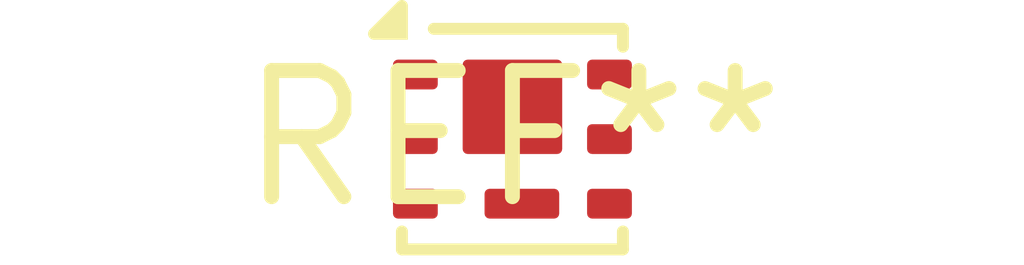
<source format=kicad_pcb>
(kicad_pcb (version 20240108) (generator pcbnew)
  (layers (0 "F.Cu" signal) (31 "B.Cu" signal) (34 "B.Paste" user) (35 "F.Paste" user) (36 "B.SilkS" user "B.Silkscreen") (37 "F.SilkS" user "F.Silkscreen") (38 "B.Mask" user) (39 "F.Mask" user) (44 "Edge.Cuts" user))
  (net 0 "")
  (footprint "Texas_DQK" (layer "F.Cu") (at 0 0)
    (property "Reference" "REF**")
    (property "Value" "Texas_DQK")
    (fp_line (start -1.11 0.93) (end -1.11 1.11) (layer "F.SilkS") (stroke (width 0.12)))
    (fp_line (start -1.11 1.11) (end 1.11 1.11) (layer "F.SilkS") (stroke (width 0.12)))
    (fp_line (start -0.79 -1.11) (end 1.11 -1.11) (layer "F.SilkS") (stroke (width 0.12)))
    (fp_line (start 1.11 -1.11) (end 1.11 -0.93) (layer "F.SilkS") (stroke (width 0.12)))
    (fp_line (start 1.11 0.93) (end 1.11 1.11) (layer "F.SilkS") (stroke (width 0.12)))
    (fp_poly (pts (xy -1.11 -1.06) (xy -1.39 -1.06) (xy -1.11 -1.34) (xy -1.11 -1.06)) (layer "F.SilkS") (stroke (width 0.12)) (fill solid))
    (pad "1" smd roundrect (at -0.975 -0.65) (size 0.45 0.3) (layers "F.Cu" "F.Paste" "F.Mask") (roundrect_rratio 0.167))
    (pad "2" smd roundrect (at -0.975 0) (size 0.45 0.3) (layers "F.Cu" "F.Paste" "F.Mask") (roundrect_rratio 0.167))
    (pad "3" smd roundrect (at -0.975 0.65) (size 0.45 0.3) (layers "F.Cu" "F.Paste" "F.Mask") (roundrect_rratio 0.167))
    (pad "4" smd roundrect (at 0.975 0.65) (size 0.45 0.3) (layers "F.Cu" "F.Paste" "F.Mask") (roundrect_rratio 0.167))
    (pad "5" smd roundrect (at 0.975 0) (size 0.45 0.3) (layers "F.Cu" "F.Paste" "F.Mask") (roundrect_rratio 0.167))
    (pad "6" smd roundrect (at 0.975 -0.65) (size 0.45 0.3) (layers "F.Cu" "F.Paste" "F.Mask") (roundrect_rratio 0.167))
    (pad "7" smd roundrect (at 0.095 0.65) (size 0.75 0.3) (layers "F.Cu" "F.Mask") (roundrect_rratio 0.167))
    (pad "8" smd roundrect (at 0 -0.325) (size 1 0.95) (layers "F.Cu" "F.Mask") (roundrect_rratio 0.053))
  )
)
</source>
